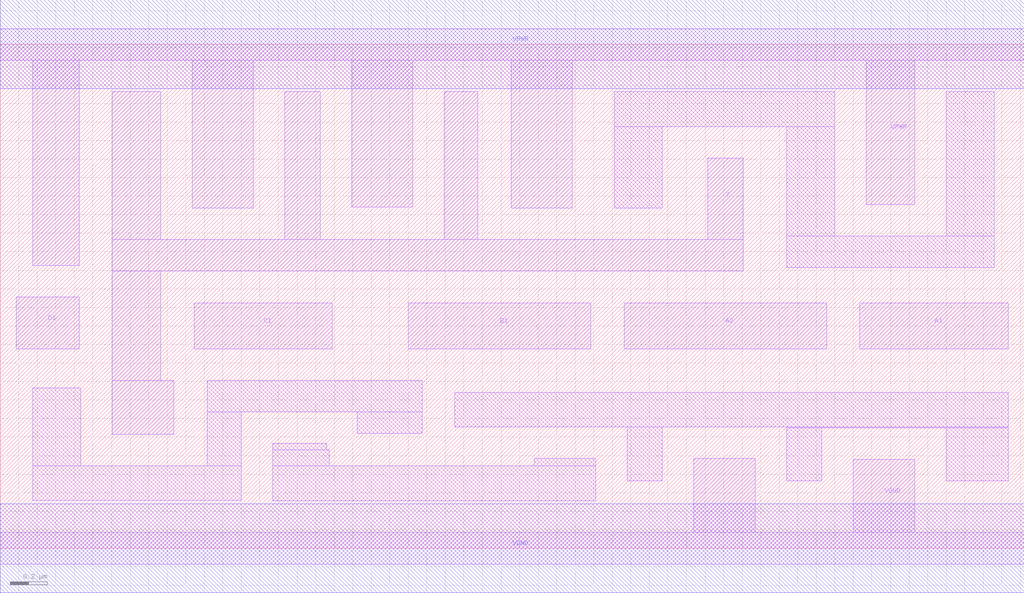
<source format=lef>
# Copyright 2020 The SkyWater PDK Authors
#
# Licensed under the Apache License, Version 2.0 (the "License");
# you may not use this file except in compliance with the License.
# You may obtain a copy of the License at
#
#     https://www.apache.org/licenses/LICENSE-2.0
#
# Unless required by applicable law or agreed to in writing, software
# distributed under the License is distributed on an "AS IS" BASIS,
# WITHOUT WARRANTIES OR CONDITIONS OF ANY KIND, either express or implied.
# See the License for the specific language governing permissions and
# limitations under the License.
#
# SPDX-License-Identifier: Apache-2.0

VERSION 5.5 ;
NAMESCASESENSITIVE ON ;
BUSBITCHARS "[]" ;
DIVIDERCHAR "/" ;
MACRO sky130_fd_sc_hd__o2111ai_2
  CLASS CORE ;
  SOURCE USER ;
  ORIGIN  0.000000  0.000000 ;
  SIZE  5.520000 BY  2.720000 ;
  SYMMETRY X Y R90 ;
  SITE unithd ;
  PIN A1
    ANTENNAGATEAREA  0.495000 ;
    DIRECTION INPUT ;
    USE SIGNAL ;
    PORT
      LAYER li1 ;
        RECT 4.635000 1.075000 5.435000 1.325000 ;
    END
  END A1
  PIN A2
    ANTENNAGATEAREA  0.495000 ;
    DIRECTION INPUT ;
    USE SIGNAL ;
    PORT
      LAYER li1 ;
        RECT 3.365000 1.075000 4.455000 1.325000 ;
    END
  END A2
  PIN B1
    ANTENNAGATEAREA  0.495000 ;
    DIRECTION INPUT ;
    USE SIGNAL ;
    PORT
      LAYER li1 ;
        RECT 2.200000 1.075000 3.185000 1.325000 ;
    END
  END B1
  PIN C1
    ANTENNAGATEAREA  0.495000 ;
    DIRECTION INPUT ;
    USE SIGNAL ;
    PORT
      LAYER li1 ;
        RECT 1.045000 1.075000 1.790000 1.325000 ;
    END
  END C1
  PIN D1
    ANTENNAGATEAREA  0.495000 ;
    DIRECTION INPUT ;
    USE SIGNAL ;
    PORT
      LAYER li1 ;
        RECT 0.085000 1.075000 0.425000 1.355000 ;
    END
  END D1
  PIN Y
    ANTENNADIFFAREA  1.302000 ;
    DIRECTION OUTPUT ;
    USE SIGNAL ;
    PORT
      LAYER li1 ;
        RECT 0.605000 0.615000 0.935000 0.905000 ;
        RECT 0.605000 0.905000 0.865000 1.495000 ;
        RECT 0.605000 1.495000 4.005000 1.665000 ;
        RECT 0.605000 1.665000 0.865000 2.465000 ;
        RECT 1.535000 1.665000 1.725000 2.465000 ;
        RECT 2.395000 1.665000 2.575000 2.465000 ;
        RECT 3.815000 1.665000 4.005000 2.105000 ;
    END
  END Y
  PIN VGND
    DIRECTION INOUT ;
    SHAPE ABUTMENT ;
    USE GROUND ;
    PORT
      LAYER li1 ;
        RECT 0.000000 -0.085000 5.520000 0.085000 ;
        RECT 3.740000  0.085000 4.070000 0.485000 ;
        RECT 4.600000  0.085000 4.930000 0.480000 ;
    END
    PORT
      LAYER met1 ;
        RECT 0.000000 -0.240000 5.520000 0.240000 ;
    END
  END VGND
  PIN VPWR
    DIRECTION INOUT ;
    SHAPE ABUTMENT ;
    USE POWER ;
    PORT
      LAYER li1 ;
        RECT 0.000000 2.635000 5.520000 2.805000 ;
        RECT 0.175000 1.525000 0.425000 2.635000 ;
        RECT 1.035000 1.835000 1.365000 2.635000 ;
        RECT 1.895000 1.840000 2.225000 2.635000 ;
        RECT 2.755000 1.835000 3.085000 2.635000 ;
        RECT 4.670000 1.855000 4.930000 2.635000 ;
    END
    PORT
      LAYER met1 ;
        RECT 0.000000 2.480000 5.520000 2.960000 ;
    END
  END VPWR
  OBS
    LAYER li1 ;
      RECT 0.175000 0.260000 1.300000 0.445000 ;
      RECT 0.175000 0.445000 0.435000 0.865000 ;
      RECT 1.115000 0.445000 1.300000 0.735000 ;
      RECT 1.115000 0.735000 2.275000 0.905000 ;
      RECT 1.470000 0.255000 3.210000 0.445000 ;
      RECT 1.470000 0.445000 1.775000 0.530000 ;
      RECT 1.470000 0.530000 1.760000 0.565000 ;
      RECT 1.925000 0.620000 2.275000 0.735000 ;
      RECT 2.450000 0.655000 5.435000 0.840000 ;
      RECT 2.880000 0.445000 3.210000 0.485000 ;
      RECT 3.310000 1.835000 3.570000 2.275000 ;
      RECT 3.310000 2.275000 4.500000 2.465000 ;
      RECT 3.380000 0.365000 3.570000 0.655000 ;
      RECT 4.240000 0.365000 4.430000 0.650000 ;
      RECT 4.240000 0.650000 5.435000 0.655000 ;
      RECT 4.240000 1.515000 5.360000 1.685000 ;
      RECT 4.240000 1.685000 4.500000 2.275000 ;
      RECT 5.100000 0.365000 5.435000 0.650000 ;
      RECT 5.100000 1.685000 5.360000 2.465000 ;
  END
END sky130_fd_sc_hd__o2111ai_2
END LIBRARY

</source>
